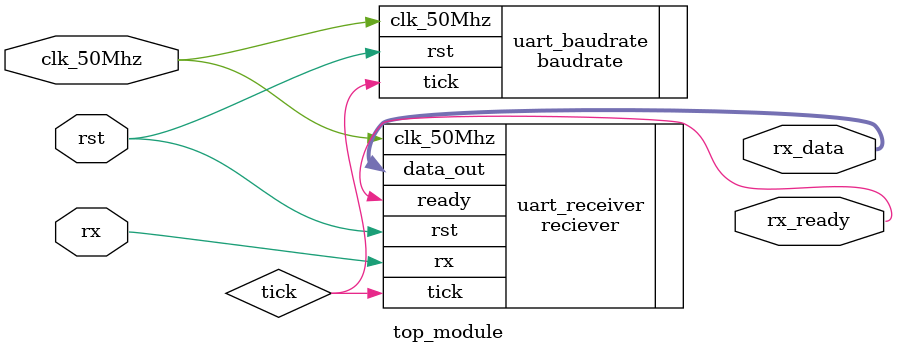
<source format=v>
module top_module #(
  parameter M = 5,
  parameter N = 27,
  parameter DBITS = 8,
  parameter SBITS = 16
)(
  input clk_50Mhz,
  input rst,
  input rx,
  output [DBITS-1:0] rx_data,
  output rx_ready
);

  wire tick;

  baudrate #(
    .M(M),
    .N(N)
  ) uart_baudrate (
    .clk_50Mhz(clk_50Mhz),
    .rst(rst),
    .tick(tick)
  );

  reciever #(
    .DBITS(DBITS),
    .SBITS(SBITS)
  ) uart_receiver (
    .clk_50Mhz(clk_50Mhz),
    .rst(rst),
    .tick(tick),
    .rx(rx),
    .ready(rx_ready),
    .data_out(rx_data)
  );

endmodule

</source>
